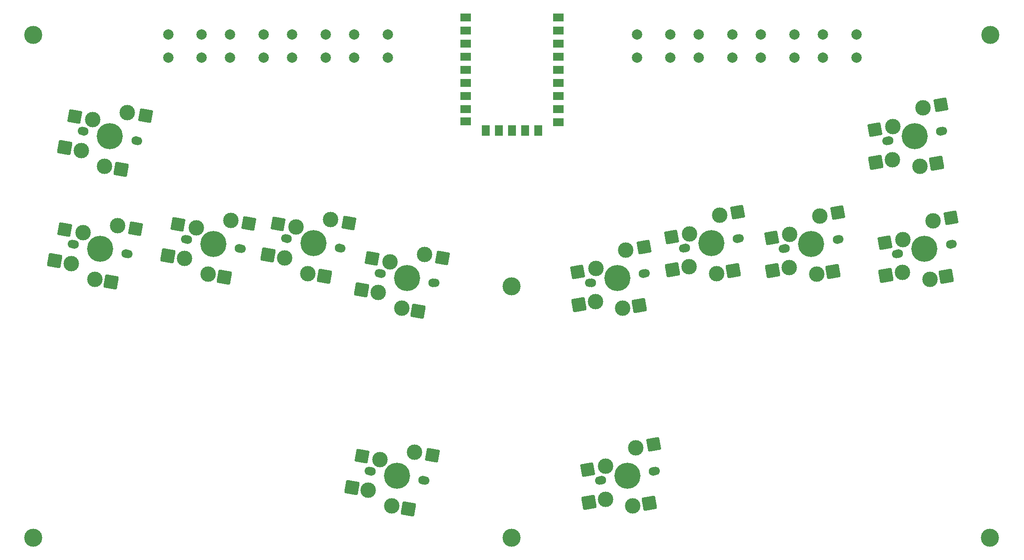
<source format=gbs>
G04 #@! TF.GenerationSoftware,KiCad,Pcbnew,9.0.2-rc1*
G04 #@! TF.CreationDate,2025-07-21T22:58:39+09:00*
G04 #@! TF.ProjectId,MAXCON-zero,4d415843-4f4e-42d7-9a65-726f2e6b6963,rev?*
G04 #@! TF.SameCoordinates,Original*
G04 #@! TF.FileFunction,Soldermask,Bot*
G04 #@! TF.FilePolarity,Negative*
%FSLAX46Y46*%
G04 Gerber Fmt 4.6, Leading zero omitted, Abs format (unit mm)*
G04 Created by KiCad (PCBNEW 9.0.2-rc1) date 2025-07-21 22:58:39*
%MOMM*%
%LPD*%
G01*
G04 APERTURE LIST*
G04 Aperture macros list*
%AMRoundRect*
0 Rectangle with rounded corners*
0 $1 Rounding radius*
0 $2 $3 $4 $5 $6 $7 $8 $9 X,Y pos of 4 corners*
0 Add a 4 corners polygon primitive as box body*
4,1,4,$2,$3,$4,$5,$6,$7,$8,$9,$2,$3,0*
0 Add four circle primitives for the rounded corners*
1,1,$1+$1,$2,$3*
1,1,$1+$1,$4,$5*
1,1,$1+$1,$6,$7*
1,1,$1+$1,$8,$9*
0 Add four rect primitives between the rounded corners*
20,1,$1+$1,$2,$3,$4,$5,0*
20,1,$1+$1,$4,$5,$6,$7,0*
20,1,$1+$1,$6,$7,$8,$9,0*
20,1,$1+$1,$8,$9,$2,$3,0*%
G04 Aperture macros list end*
%ADD10C,1.700000*%
%ADD11C,1.750000*%
%ADD12C,3.000000*%
%ADD13C,5.060000*%
%ADD14RoundRect,0.260000X1.229414X0.839265X-0.868226X1.209135X-1.229414X-0.839265X0.868226X-1.209135X0*%
%ADD15RoundRect,0.250000X1.183076X0.806818X-0.835780X1.162797X-1.183076X-0.806818X0.835780X-1.162797X0*%
%ADD16C,2.000000*%
%ADD17C,3.500000*%
%ADD18R,2.000000X1.600000*%
%ADD19R,1.600000X2.000000*%
%ADD20RoundRect,0.260000X0.868226X1.209135X-1.229414X0.839265X-0.868226X-1.209135X1.229414X-0.839265X0*%
%ADD21RoundRect,0.250000X0.835780X1.162797X-1.183076X0.806818X-0.835780X-1.162797X1.183076X-0.806818X0*%
G04 APERTURE END LIST*
D10*
G04 #@! TO.C,GP15*
X51077946Y-58034935D03*
D11*
X51491566Y-58107867D03*
D12*
X50919170Y-61814788D03*
X53183338Y-55826989D03*
D13*
X56494389Y-58990000D03*
D12*
X55461182Y-64849606D03*
X59877933Y-54428243D03*
D11*
X61497212Y-59872133D03*
D10*
X61910832Y-59945065D03*
D14*
X47723468Y-61251300D03*
D15*
X49687270Y-55210538D03*
D14*
X58656884Y-65413092D03*
D15*
X63374001Y-55044694D03*
G04 #@! TD*
D16*
G04 #@! TO.C,GP27*
X86270086Y-43792822D03*
X79770086Y-43792822D03*
X86270086Y-39292822D03*
X79770086Y-39292822D03*
G04 #@! TD*
D17*
G04 #@! TO.C,H2*
X226999529Y-39340997D03*
G04 #@! TD*
G04 #@! TO.C,H4*
X134298529Y-88115997D03*
G04 #@! TD*
D16*
G04 #@! TO.C,GP29*
X110270086Y-43792822D03*
X103770086Y-43792822D03*
X110270086Y-39292822D03*
X103770086Y-39292822D03*
G04 #@! TD*
D18*
G04 #@! TO.C,RZ1*
X143336529Y-35999797D03*
X143336529Y-38539797D03*
X143336529Y-41079797D03*
X143336529Y-43619797D03*
X143336529Y-46159797D03*
X143336529Y-48699797D03*
X143336529Y-51239797D03*
X143336529Y-53779797D03*
X143336529Y-56319797D03*
D19*
X139416529Y-57909797D03*
X136876529Y-57909797D03*
X134336529Y-57909797D03*
X131796529Y-57909797D03*
X129256529Y-57909797D03*
D18*
X125336529Y-56131797D03*
X125336529Y-53779797D03*
X125336529Y-51239797D03*
X125336529Y-48699797D03*
X125336529Y-46159797D03*
X125336529Y-43619797D03*
X125336529Y-41079797D03*
X125336529Y-38539797D03*
X125336529Y-35999797D03*
G04 #@! TD*
D10*
G04 #@! TO.C,GP7*
X167509057Y-80743062D03*
D11*
X167922677Y-80670130D03*
D12*
X168652642Y-84349267D03*
X168732316Y-77948185D03*
D13*
X172925500Y-79787997D03*
D12*
X173958707Y-85647603D03*
X174544779Y-74344107D03*
D11*
X177928323Y-78905864D03*
D10*
X178341943Y-78832932D03*
D20*
X165456941Y-84912755D03*
D21*
X165236249Y-78564636D03*
D20*
X177154407Y-85084112D03*
D21*
X178040846Y-73727656D03*
G04 #@! TD*
D17*
G04 #@! TO.C,H3*
X41673529Y-136890997D03*
G04 #@! TD*
D16*
G04 #@! TO.C,GP1*
X177022681Y-43792822D03*
X170522681Y-43792822D03*
X177022681Y-39292822D03*
X170522681Y-39292822D03*
G04 #@! TD*
D10*
G04 #@! TO.C,GP13*
X71082468Y-78971761D03*
D11*
X71496088Y-79044693D03*
D12*
X70923692Y-82751614D03*
X73187860Y-76763815D03*
D13*
X76498911Y-79926826D03*
D12*
X75465704Y-85786432D03*
X79882455Y-75365069D03*
D11*
X81501734Y-80808959D03*
D10*
X81915354Y-80881891D03*
D14*
X67727990Y-82188126D03*
D15*
X69691792Y-76147364D03*
D14*
X78661406Y-86349918D03*
D15*
X83378523Y-75981520D03*
G04 #@! TD*
D10*
G04 #@! TO.C,GP9*
X151282086Y-125846062D03*
D11*
X151695706Y-125773130D03*
D12*
X152425671Y-129452267D03*
X152505345Y-123051185D03*
D13*
X156698529Y-124890997D03*
D12*
X157731736Y-130750603D03*
X158317808Y-119447107D03*
D11*
X161701352Y-124008864D03*
D10*
X162114972Y-123935932D03*
D20*
X149229970Y-130015755D03*
D21*
X149009278Y-123667636D03*
D20*
X160927436Y-130187112D03*
D21*
X161813875Y-118830656D03*
G04 #@! TD*
D17*
G04 #@! TO.C,H4*
X226923529Y-136890997D03*
G04 #@! TD*
G04 #@! TO.C,H4*
X134298529Y-136890997D03*
G04 #@! TD*
D16*
G04 #@! TO.C,GP2*
X189022681Y-43792822D03*
X182522681Y-43792822D03*
X189022681Y-39292822D03*
X182522681Y-39292822D03*
G04 #@! TD*
D10*
G04 #@! TO.C,GP10*
X106677794Y-123935932D03*
D11*
X107091414Y-124008864D03*
D12*
X106519018Y-127715785D03*
X108783186Y-121727986D03*
D13*
X112094237Y-124890997D03*
D12*
X111061030Y-130750603D03*
X115477781Y-120329240D03*
D11*
X117097060Y-125773130D03*
D10*
X117510680Y-125846062D03*
D14*
X103323316Y-127152297D03*
D15*
X105287118Y-121111535D03*
D14*
X114256732Y-131314089D03*
D15*
X118973849Y-120945691D03*
G04 #@! TD*
D10*
G04 #@! TO.C,GP5*
X208810074Y-81850541D03*
D11*
X209223694Y-81777609D03*
D12*
X209953659Y-85456746D03*
X210033333Y-79055664D03*
D13*
X214226517Y-80895476D03*
D12*
X215259724Y-86755082D03*
X215845796Y-75451586D03*
D11*
X219229340Y-80013343D03*
D10*
X219642960Y-79940411D03*
D20*
X206757958Y-86020234D03*
D21*
X206537266Y-79672115D03*
D20*
X218455424Y-86191591D03*
D21*
X219341863Y-74835135D03*
G04 #@! TD*
D10*
G04 #@! TO.C,GP8*
X149356238Y-87497887D03*
D11*
X149769858Y-87424955D03*
D12*
X150499823Y-91104092D03*
X150579497Y-84703010D03*
D13*
X154772681Y-86542822D03*
D12*
X155805888Y-92402428D03*
X156391960Y-81098932D03*
D11*
X159775504Y-85660689D03*
D10*
X160189124Y-85587757D03*
D20*
X147304122Y-91667580D03*
D21*
X147083430Y-85319461D03*
D20*
X159001588Y-91838937D03*
D21*
X159888027Y-80482481D03*
G04 #@! TD*
D16*
G04 #@! TO.C,GP3*
X201045530Y-43792822D03*
X194545530Y-43792822D03*
X201045530Y-39292821D03*
X194545529Y-39292822D03*
G04 #@! TD*
D10*
G04 #@! TO.C,GP12*
X90450824Y-78832932D03*
D11*
X90864444Y-78905864D03*
D12*
X90292048Y-82612785D03*
X92556216Y-76624986D03*
D13*
X95867267Y-79787997D03*
D12*
X94834060Y-85647603D03*
X99250811Y-75226240D03*
D11*
X100870090Y-80670130D03*
D10*
X101283710Y-80743062D03*
D14*
X87096346Y-82049297D03*
D15*
X89060148Y-76008535D03*
D14*
X98029762Y-86211089D03*
D15*
X102746879Y-75842691D03*
G04 #@! TD*
D10*
G04 #@! TO.C,GP14*
X49149807Y-79940411D03*
D11*
X49563427Y-80013343D03*
D12*
X48991031Y-83720264D03*
X51255199Y-77732465D03*
D13*
X54566250Y-80895476D03*
D12*
X53533043Y-86755082D03*
X57949794Y-76333719D03*
D11*
X59569073Y-81777609D03*
D10*
X59982693Y-81850541D03*
D14*
X45795329Y-83156776D03*
D15*
X47759131Y-77116014D03*
D14*
X56728745Y-87318568D03*
D15*
X61445862Y-76950170D03*
G04 #@! TD*
D10*
G04 #@! TO.C,GP11*
X108603643Y-85587757D03*
D11*
X109017263Y-85660689D03*
D12*
X108444867Y-89367610D03*
X110709035Y-83379811D03*
D13*
X114020086Y-86542822D03*
D12*
X112986879Y-92402428D03*
X117403630Y-81981065D03*
D11*
X119022909Y-87424955D03*
D10*
X119436529Y-87497887D03*
D14*
X105249165Y-88804122D03*
D15*
X107212967Y-82763360D03*
D14*
X116182581Y-92965914D03*
D15*
X120899698Y-82597516D03*
G04 #@! TD*
D16*
G04 #@! TO.C,GP0*
X165022681Y-43792822D03*
X158522681Y-43792822D03*
X165022681Y-39292822D03*
X158522681Y-39292822D03*
G04 #@! TD*
G04 #@! TO.C,GP28*
X98270086Y-43792822D03*
X91770086Y-43792822D03*
X98270086Y-39292822D03*
X91770086Y-39292822D03*
G04 #@! TD*
D10*
G04 #@! TO.C,GP4*
X206881935Y-59945065D03*
D11*
X207295555Y-59872133D03*
D12*
X208025520Y-63551270D03*
X208105194Y-57150188D03*
D13*
X212298378Y-58990000D03*
D12*
X213331585Y-64849606D03*
X213917657Y-53546110D03*
D11*
X217301201Y-58107867D03*
D10*
X217714821Y-58034935D03*
D20*
X204829819Y-64114758D03*
D21*
X204609127Y-57766639D03*
D20*
X216527285Y-64286115D03*
D21*
X217413724Y-52929659D03*
G04 #@! TD*
D10*
G04 #@! TO.C,GP6*
X186877413Y-80881891D03*
D11*
X187291033Y-80808959D03*
D12*
X188020998Y-84488096D03*
X188100672Y-78087014D03*
D13*
X192293856Y-79926826D03*
D12*
X193327063Y-85786432D03*
X193913135Y-74482936D03*
D11*
X197296679Y-79044693D03*
D10*
X197710299Y-78971761D03*
D20*
X184825297Y-85051584D03*
D21*
X184604605Y-78703465D03*
D20*
X196522763Y-85222941D03*
D21*
X197409202Y-73866485D03*
G04 #@! TD*
D17*
G04 #@! TO.C,H1*
X41673529Y-39340997D03*
G04 #@! TD*
D16*
G04 #@! TO.C,GP26*
X74270086Y-43792822D03*
X67770086Y-43792822D03*
X74270086Y-39292821D03*
X67770085Y-39292822D03*
G04 #@! TD*
M02*

</source>
